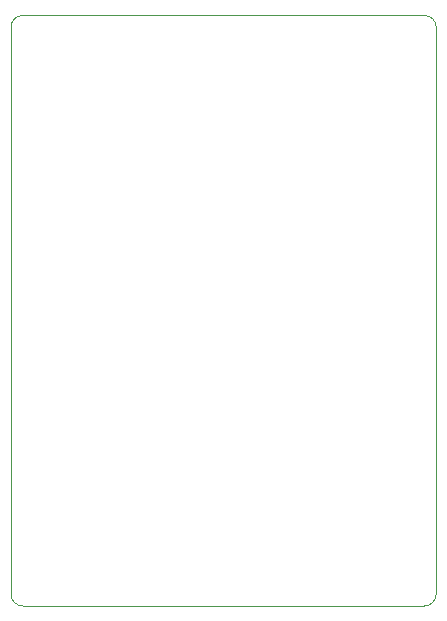
<source format=gbr>
G04 #@! TF.GenerationSoftware,KiCad,Pcbnew,(5.1.9)-1*
G04 #@! TF.CreationDate,2021-04-03T09:41:49-07:00*
G04 #@! TF.ProjectId,Avionics,4176696f-6e69-4637-932e-6b696361645f,rev?*
G04 #@! TF.SameCoordinates,Original*
G04 #@! TF.FileFunction,Profile,NP*
%FSLAX46Y46*%
G04 Gerber Fmt 4.6, Leading zero omitted, Abs format (unit mm)*
G04 Created by KiCad (PCBNEW (5.1.9)-1) date 2021-04-03 09:41:49*
%MOMM*%
%LPD*%
G01*
G04 APERTURE LIST*
G04 #@! TA.AperFunction,Profile*
%ADD10C,0.050000*%
G04 #@! TD*
G04 APERTURE END LIST*
D10*
X160000000Y-109000000D02*
X194000000Y-109000000D01*
X159000000Y-108000000D02*
X159000000Y-60000000D01*
X160000000Y-109000000D02*
G75*
G02*
X159000000Y-108000000I0J1000000D01*
G01*
X160000000Y-59000000D02*
X194000000Y-59000000D01*
X159000000Y-60000000D02*
G75*
G02*
X160000000Y-59000000I1000000J0D01*
G01*
X195000000Y-108000000D02*
X195000000Y-60000000D01*
X195000000Y-108000000D02*
G75*
G02*
X194000000Y-109000000I-1000000J0D01*
G01*
X194000000Y-59000000D02*
G75*
G02*
X195000000Y-60000000I0J-1000000D01*
G01*
M02*

</source>
